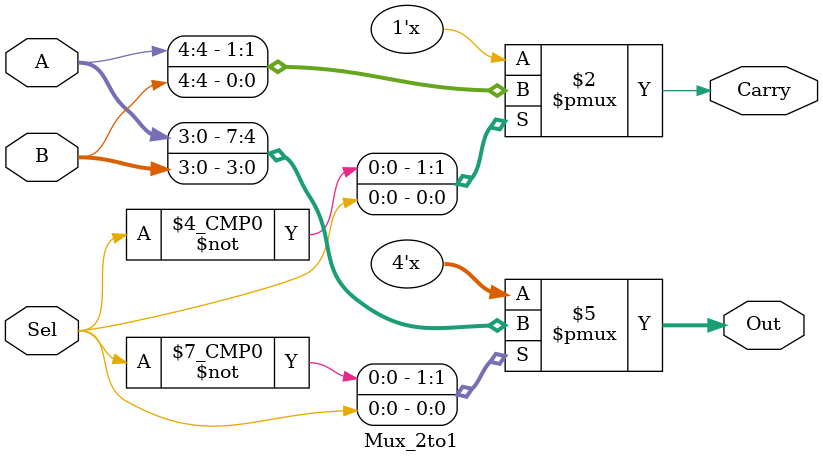
<source format=v>
module Mux_2to1 (A,B,Sel,Out,Carry);

input [4:0] A,B; // A,B는 계산되어서 들어오는 값임. 원래 입력되는 값 X
input Sel;
output reg Carry;
output reg [3:0] Out; // MSB는 carry_out임 헷갈리지 마셈.

always @ * begin
    case(Sel)
    1'b0 : begin
            Out[3:0] <= A[3:0];  // 계산한 값은 d_ff에 넣어주고
            Carry <= A[4];       // 케리는 옆에 adder로 넘겨주기
           end
    1'b1 : begin 
            Out[3:0] <= B[3:0];
            Carry <= B[4];
           end
    endcase
end

endmodule
</source>
